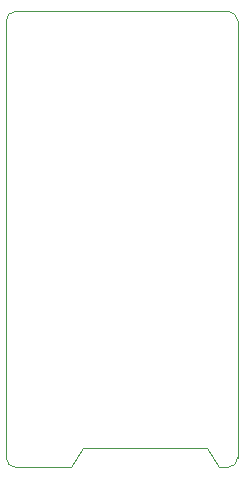
<source format=gbr>
G04 #@! TF.GenerationSoftware,KiCad,Pcbnew,(5.1.9)-1*
G04 #@! TF.CreationDate,2021-02-07T21:53:58-06:00*
G04 #@! TF.ProjectId,epaper-102,65706170-6572-42d3-9130-322e6b696361,rev?*
G04 #@! TF.SameCoordinates,Original*
G04 #@! TF.FileFunction,Profile,NP*
%FSLAX46Y46*%
G04 Gerber Fmt 4.6, Leading zero omitted, Abs format (unit mm)*
G04 Created by KiCad (PCBNEW (5.1.9)-1) date 2021-02-07 21:53:58*
%MOMM*%
%LPD*%
G01*
G04 APERTURE LIST*
G04 #@! TA.AperFunction,Profile*
%ADD10C,0.050000*%
G04 #@! TD*
G04 APERTURE END LIST*
D10*
X43150000Y-100850000D02*
G75*
G02*
X42350000Y-101650000I-800000J0D01*
G01*
X24350000Y-101650000D02*
G75*
G02*
X23550000Y-100850000I0J800000D01*
G01*
X23550000Y-63850000D02*
G75*
G02*
X24350000Y-63050000I800000J0D01*
G01*
X42350000Y-63050000D02*
G75*
G02*
X43150000Y-63850000I0J-800000D01*
G01*
X42350000Y-63050000D02*
X24350000Y-63050000D01*
X43150000Y-100850000D02*
X43150000Y-63850000D01*
X41550000Y-101650000D02*
X42350000Y-101650000D01*
X40550000Y-100050000D02*
X41550000Y-101650000D01*
X30050000Y-100050000D02*
X40550000Y-100050000D01*
X29050000Y-101650000D02*
X30050000Y-100050000D01*
X24350000Y-101650000D02*
X29050000Y-101650000D01*
X23550000Y-63850000D02*
X23550000Y-100850000D01*
M02*

</source>
